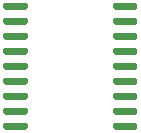
<source format=gbr>
%TF.GenerationSoftware,KiCad,Pcbnew,(5.1.9)-1*%
%TF.CreationDate,2021-09-05T15:15:44+02:00*%
%TF.ProjectId,SO-18-WIDE,534f2d31-382d-4574-9944-452e6b696361,rev?*%
%TF.SameCoordinates,Original*%
%TF.FileFunction,Paste,Top*%
%TF.FilePolarity,Positive*%
%FSLAX46Y46*%
G04 Gerber Fmt 4.6, Leading zero omitted, Abs format (unit mm)*
G04 Created by KiCad (PCBNEW (5.1.9)-1) date 2021-09-05 15:15:44*
%MOMM*%
%LPD*%
G01*
G04 APERTURE LIST*
G04 APERTURE END LIST*
%TO.C,REF\u002A\u002A*%
G36*
G01*
X135705000Y-77874000D02*
X135705000Y-77574000D01*
G75*
G02*
X135855000Y-77424000I150000J0D01*
G01*
X137605000Y-77424000D01*
G75*
G02*
X137755000Y-77574000I0J-150000D01*
G01*
X137755000Y-77874000D01*
G75*
G02*
X137605000Y-78024000I-150000J0D01*
G01*
X135855000Y-78024000D01*
G75*
G02*
X135705000Y-77874000I0J150000D01*
G01*
G37*
G36*
G01*
X135705000Y-79144000D02*
X135705000Y-78844000D01*
G75*
G02*
X135855000Y-78694000I150000J0D01*
G01*
X137605000Y-78694000D01*
G75*
G02*
X137755000Y-78844000I0J-150000D01*
G01*
X137755000Y-79144000D01*
G75*
G02*
X137605000Y-79294000I-150000J0D01*
G01*
X135855000Y-79294000D01*
G75*
G02*
X135705000Y-79144000I0J150000D01*
G01*
G37*
G36*
G01*
X135705000Y-80414000D02*
X135705000Y-80114000D01*
G75*
G02*
X135855000Y-79964000I150000J0D01*
G01*
X137605000Y-79964000D01*
G75*
G02*
X137755000Y-80114000I0J-150000D01*
G01*
X137755000Y-80414000D01*
G75*
G02*
X137605000Y-80564000I-150000J0D01*
G01*
X135855000Y-80564000D01*
G75*
G02*
X135705000Y-80414000I0J150000D01*
G01*
G37*
G36*
G01*
X135705000Y-81684000D02*
X135705000Y-81384000D01*
G75*
G02*
X135855000Y-81234000I150000J0D01*
G01*
X137605000Y-81234000D01*
G75*
G02*
X137755000Y-81384000I0J-150000D01*
G01*
X137755000Y-81684000D01*
G75*
G02*
X137605000Y-81834000I-150000J0D01*
G01*
X135855000Y-81834000D01*
G75*
G02*
X135705000Y-81684000I0J150000D01*
G01*
G37*
G36*
G01*
X135705000Y-82954000D02*
X135705000Y-82654000D01*
G75*
G02*
X135855000Y-82504000I150000J0D01*
G01*
X137605000Y-82504000D01*
G75*
G02*
X137755000Y-82654000I0J-150000D01*
G01*
X137755000Y-82954000D01*
G75*
G02*
X137605000Y-83104000I-150000J0D01*
G01*
X135855000Y-83104000D01*
G75*
G02*
X135705000Y-82954000I0J150000D01*
G01*
G37*
G36*
G01*
X135705000Y-84224000D02*
X135705000Y-83924000D01*
G75*
G02*
X135855000Y-83774000I150000J0D01*
G01*
X137605000Y-83774000D01*
G75*
G02*
X137755000Y-83924000I0J-150000D01*
G01*
X137755000Y-84224000D01*
G75*
G02*
X137605000Y-84374000I-150000J0D01*
G01*
X135855000Y-84374000D01*
G75*
G02*
X135705000Y-84224000I0J150000D01*
G01*
G37*
G36*
G01*
X135705000Y-85494000D02*
X135705000Y-85194000D01*
G75*
G02*
X135855000Y-85044000I150000J0D01*
G01*
X137605000Y-85044000D01*
G75*
G02*
X137755000Y-85194000I0J-150000D01*
G01*
X137755000Y-85494000D01*
G75*
G02*
X137605000Y-85644000I-150000J0D01*
G01*
X135855000Y-85644000D01*
G75*
G02*
X135705000Y-85494000I0J150000D01*
G01*
G37*
G36*
G01*
X135705000Y-86764000D02*
X135705000Y-86464000D01*
G75*
G02*
X135855000Y-86314000I150000J0D01*
G01*
X137605000Y-86314000D01*
G75*
G02*
X137755000Y-86464000I0J-150000D01*
G01*
X137755000Y-86764000D01*
G75*
G02*
X137605000Y-86914000I-150000J0D01*
G01*
X135855000Y-86914000D01*
G75*
G02*
X135705000Y-86764000I0J150000D01*
G01*
G37*
G36*
G01*
X135705000Y-88034000D02*
X135705000Y-87734000D01*
G75*
G02*
X135855000Y-87584000I150000J0D01*
G01*
X137605000Y-87584000D01*
G75*
G02*
X137755000Y-87734000I0J-150000D01*
G01*
X137755000Y-88034000D01*
G75*
G02*
X137605000Y-88184000I-150000J0D01*
G01*
X135855000Y-88184000D01*
G75*
G02*
X135705000Y-88034000I0J150000D01*
G01*
G37*
G36*
G01*
X126405000Y-88034000D02*
X126405000Y-87734000D01*
G75*
G02*
X126555000Y-87584000I150000J0D01*
G01*
X128305000Y-87584000D01*
G75*
G02*
X128455000Y-87734000I0J-150000D01*
G01*
X128455000Y-88034000D01*
G75*
G02*
X128305000Y-88184000I-150000J0D01*
G01*
X126555000Y-88184000D01*
G75*
G02*
X126405000Y-88034000I0J150000D01*
G01*
G37*
G36*
G01*
X126405000Y-86764000D02*
X126405000Y-86464000D01*
G75*
G02*
X126555000Y-86314000I150000J0D01*
G01*
X128305000Y-86314000D01*
G75*
G02*
X128455000Y-86464000I0J-150000D01*
G01*
X128455000Y-86764000D01*
G75*
G02*
X128305000Y-86914000I-150000J0D01*
G01*
X126555000Y-86914000D01*
G75*
G02*
X126405000Y-86764000I0J150000D01*
G01*
G37*
G36*
G01*
X126405000Y-85494000D02*
X126405000Y-85194000D01*
G75*
G02*
X126555000Y-85044000I150000J0D01*
G01*
X128305000Y-85044000D01*
G75*
G02*
X128455000Y-85194000I0J-150000D01*
G01*
X128455000Y-85494000D01*
G75*
G02*
X128305000Y-85644000I-150000J0D01*
G01*
X126555000Y-85644000D01*
G75*
G02*
X126405000Y-85494000I0J150000D01*
G01*
G37*
G36*
G01*
X126405000Y-84224000D02*
X126405000Y-83924000D01*
G75*
G02*
X126555000Y-83774000I150000J0D01*
G01*
X128305000Y-83774000D01*
G75*
G02*
X128455000Y-83924000I0J-150000D01*
G01*
X128455000Y-84224000D01*
G75*
G02*
X128305000Y-84374000I-150000J0D01*
G01*
X126555000Y-84374000D01*
G75*
G02*
X126405000Y-84224000I0J150000D01*
G01*
G37*
G36*
G01*
X126405000Y-82954000D02*
X126405000Y-82654000D01*
G75*
G02*
X126555000Y-82504000I150000J0D01*
G01*
X128305000Y-82504000D01*
G75*
G02*
X128455000Y-82654000I0J-150000D01*
G01*
X128455000Y-82954000D01*
G75*
G02*
X128305000Y-83104000I-150000J0D01*
G01*
X126555000Y-83104000D01*
G75*
G02*
X126405000Y-82954000I0J150000D01*
G01*
G37*
G36*
G01*
X126405000Y-81684000D02*
X126405000Y-81384000D01*
G75*
G02*
X126555000Y-81234000I150000J0D01*
G01*
X128305000Y-81234000D01*
G75*
G02*
X128455000Y-81384000I0J-150000D01*
G01*
X128455000Y-81684000D01*
G75*
G02*
X128305000Y-81834000I-150000J0D01*
G01*
X126555000Y-81834000D01*
G75*
G02*
X126405000Y-81684000I0J150000D01*
G01*
G37*
G36*
G01*
X126405000Y-80414000D02*
X126405000Y-80114000D01*
G75*
G02*
X126555000Y-79964000I150000J0D01*
G01*
X128305000Y-79964000D01*
G75*
G02*
X128455000Y-80114000I0J-150000D01*
G01*
X128455000Y-80414000D01*
G75*
G02*
X128305000Y-80564000I-150000J0D01*
G01*
X126555000Y-80564000D01*
G75*
G02*
X126405000Y-80414000I0J150000D01*
G01*
G37*
G36*
G01*
X126405000Y-79144000D02*
X126405000Y-78844000D01*
G75*
G02*
X126555000Y-78694000I150000J0D01*
G01*
X128305000Y-78694000D01*
G75*
G02*
X128455000Y-78844000I0J-150000D01*
G01*
X128455000Y-79144000D01*
G75*
G02*
X128305000Y-79294000I-150000J0D01*
G01*
X126555000Y-79294000D01*
G75*
G02*
X126405000Y-79144000I0J150000D01*
G01*
G37*
G36*
G01*
X126405000Y-77874000D02*
X126405000Y-77574000D01*
G75*
G02*
X126555000Y-77424000I150000J0D01*
G01*
X128305000Y-77424000D01*
G75*
G02*
X128455000Y-77574000I0J-150000D01*
G01*
X128455000Y-77874000D01*
G75*
G02*
X128305000Y-78024000I-150000J0D01*
G01*
X126555000Y-78024000D01*
G75*
G02*
X126405000Y-77874000I0J150000D01*
G01*
G37*
%TD*%
M02*

</source>
